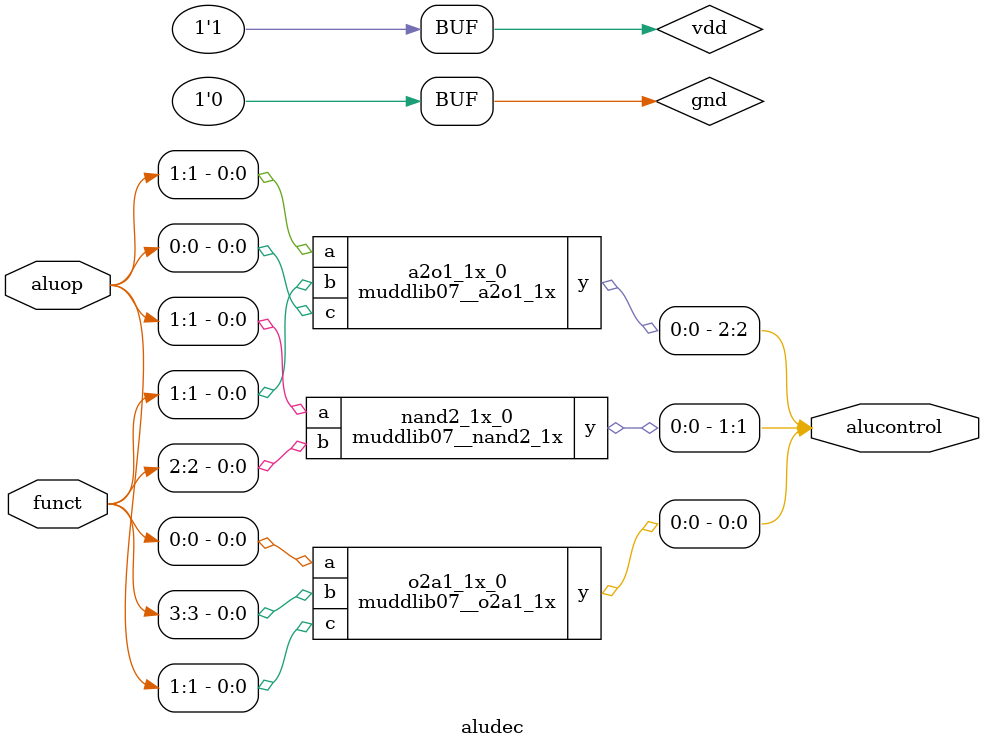
<source format=v>
/* Verilog for cell 'aludec{sch}' from library 'mips8_vb' */
/* Created on Tue May 03, 2011 16:01:04 */
/* Last revised on Wed May 04, 2011 12:44:38 */
/* Written on Wed May 04, 2011 12:45:18 by Electric VLSI Design System, version 9.00 */

module muddlib07__a2o1_1x(a, b, c, y);
  input a;
  input b;
  input c;
  output y;

  supply1 vdd;
  supply0 gnd;
  wire net_0, net_11, net_19;

  tranif1 nmos_0(gnd, net_19, a);
  tranif1 nmos_1(net_19, net_0, b);
  tranif1 nmos_2(gnd, net_0, c);
  tranif1 nmos_3(gnd, y, net_0);
  tranif0 pmos_0(net_0, net_11, c);
  tranif0 pmos_1(net_11, vdd, b);
  tranif0 pmos_2(net_11, vdd, a);
  tranif0 pmos_3(y, vdd, net_0);
endmodule   /* muddlib07__a2o1_1x */

module muddlib07__nand2_1x(a, b, y);
  input a;
  input b;
  output y;

  supply1 vdd;
  supply0 gnd;
  wire net_5;

  tranif1 nmos_0(net_5, y, b);
  tranif1 nmos_1(gnd, net_5, a);
  tranif0 pmos_0(y, vdd, b);
  tranif0 pmos_1(y, vdd, a);
endmodule   /* muddlib07__nand2_1x */

module muddlib07__o2a1_1x(a, b, c, y);
  input a;
  input b;
  input c;
  output y;

  supply1 vdd;
  supply0 gnd;
  wire net_12, net_35, net_7;

  tranif1 nmos_0(gnd, net_7, a);
  tranif1 nmos_1(gnd, net_7, b);
  tranif1 nmos_2(net_7, net_12, c);
  tranif1 nmos_3(gnd, y, net_12);
  tranif0 pmos_0(net_12, net_35, b);
  tranif0 pmos_1(net_35, vdd, a);
  tranif0 pmos_3(net_12, vdd, c);
  tranif0 pmos_4(y, vdd, net_12);
endmodule   /* muddlib07__o2a1_1x */

module aludec(aluop, funct, alucontrol);
  input [1:0] aluop;
  input [5:0] funct;
  output [2:0] alucontrol;

  supply1 vdd;
  supply0 gnd;
  muddlib07__a2o1_1x a2o1_1x_0(.a(aluop[1]), .b(funct[1]), .c(aluop[0]), 
      .y(alucontrol[2]));
  muddlib07__nand2_1x nand2_1x_0(.a(aluop[1]), .b(funct[2]), 
      .y(alucontrol[1]));
  muddlib07__o2a1_1x o2a1_1x_0(.a(funct[0]), .b(funct[3]), .c(aluop[1]), 
      .y(alucontrol[0]));
endmodule   /* aludec */

</source>
